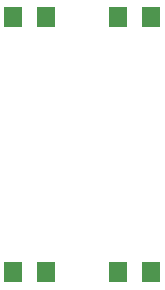
<source format=gbp>
G75*
%MOIN*%
%OFA0B0*%
%FSLAX24Y24*%
%IPPOS*%
%LPD*%
%AMOC8*
5,1,8,0,0,1.08239X$1,22.5*
%
%ADD10R,0.0630X0.0709*%
D10*
X014049Y005248D03*
X015151Y005248D03*
X017549Y005248D03*
X018651Y005248D03*
X018651Y013748D03*
X017549Y013748D03*
X015151Y013748D03*
X014049Y013748D03*
M02*

</source>
